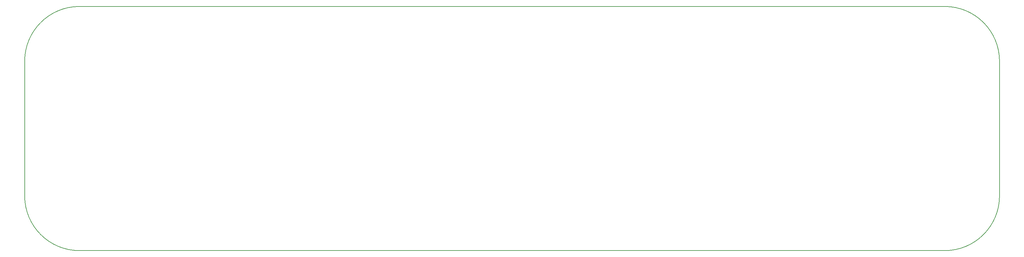
<source format=gbr>
%TF.GenerationSoftware,KiCad,Pcbnew,(5.1.7)-1*%
%TF.CreationDate,2021-06-30T17:19:36-05:00*%
%TF.ProjectId,ROLZRSTRIP,524f4c5a-5253-4545-9249-502e6b696361,rev?*%
%TF.SameCoordinates,Original*%
%TF.FileFunction,Profile,NP*%
%FSLAX46Y46*%
G04 Gerber Fmt 4.6, Leading zero omitted, Abs format (unit mm)*
G04 Created by KiCad (PCBNEW (5.1.7)-1) date 2021-06-30 17:19:36*
%MOMM*%
%LPD*%
G01*
G04 APERTURE LIST*
%TA.AperFunction,Profile*%
%ADD10C,0.150000*%
%TD*%
G04 APERTURE END LIST*
D10*
X281280000Y-141920000D02*
X281280000Y-105080000D01*
X14400000Y-141920000D02*
X14400000Y-105080000D01*
X281280000Y-105080000D02*
G75*
G03*
X266280000Y-90080000I-15000000J0D01*
G01*
X29400000Y-90080000D02*
X266280000Y-90080000D01*
X14400000Y-105080000D02*
G75*
G02*
X29400000Y-90080000I15000000J0D01*
G01*
X281280000Y-141920000D02*
G75*
G02*
X266280000Y-156920000I-15000000J0D01*
G01*
X14400000Y-141920000D02*
G75*
G03*
X29400000Y-156920000I15000000J0D01*
G01*
X29400000Y-156920000D02*
X266280000Y-156920000D01*
M02*

</source>
